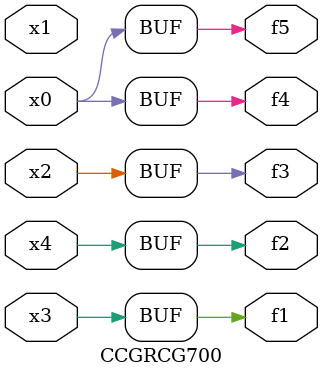
<source format=v>
module CCGRCG700(
	input x0, x1, x2, x3, x4,
	output f1, f2, f3, f4, f5
);
	assign f1 = x3;
	assign f2 = x4;
	assign f3 = x2;
	assign f4 = x0;
	assign f5 = x0;
endmodule

</source>
